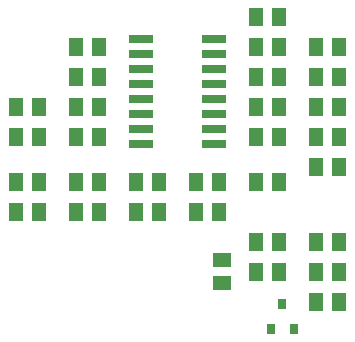
<source format=gbr>
G04 EAGLE Gerber RS-274X export*
G75*
%MOMM*%
%FSLAX34Y34*%
%LPD*%
%INSolderpaste Bottom*%
%IPPOS*%
%AMOC8*
5,1,8,0,0,1.08239X$1,22.5*%
G01*
%ADD10R,1.300000X1.500000*%
%ADD11R,2.032000X0.660400*%
%ADD12R,0.800000X0.900000*%
%ADD13R,1.500000X1.300000*%


D10*
X250800Y317500D03*
X231800Y317500D03*
X250800Y292100D03*
X231800Y292100D03*
X250800Y215900D03*
X231800Y215900D03*
X250800Y241300D03*
X231800Y241300D03*
X79400Y266700D03*
X98400Y266700D03*
X98400Y215900D03*
X79400Y215900D03*
X98400Y241300D03*
X79400Y241300D03*
X47600Y177800D03*
X28600Y177800D03*
X47600Y152400D03*
X28600Y152400D03*
X98400Y177800D03*
X79400Y177800D03*
X181000Y177800D03*
X200000Y177800D03*
X149200Y152400D03*
X130200Y152400D03*
X200000Y152400D03*
X181000Y152400D03*
D11*
X195834Y298450D03*
X195834Y285750D03*
X195834Y273050D03*
X195834Y260350D03*
X195834Y247650D03*
X195834Y234950D03*
X195834Y222250D03*
X195834Y209550D03*
X134366Y209550D03*
X134366Y222250D03*
X134366Y234950D03*
X134366Y247650D03*
X134366Y260350D03*
X134366Y273050D03*
X134366Y285750D03*
X134366Y298450D03*
D10*
X301600Y292100D03*
X282600Y292100D03*
X79400Y292100D03*
X98400Y292100D03*
X28600Y215900D03*
X47600Y215900D03*
X47600Y241300D03*
X28600Y241300D03*
X79400Y152400D03*
X98400Y152400D03*
X149200Y177800D03*
X130200Y177800D03*
X250800Y177800D03*
X231800Y177800D03*
D12*
X263500Y53500D03*
X244500Y53500D03*
X254000Y74500D03*
D13*
X203200Y92100D03*
X203200Y111100D03*
D10*
X250800Y127000D03*
X231800Y127000D03*
X301600Y190500D03*
X282600Y190500D03*
X250800Y101600D03*
X231800Y101600D03*
X282600Y101600D03*
X301600Y101600D03*
X301600Y76200D03*
X282600Y76200D03*
X301600Y127000D03*
X282600Y127000D03*
X282600Y215900D03*
X301600Y215900D03*
X282600Y241300D03*
X301600Y241300D03*
X301600Y266700D03*
X282600Y266700D03*
X231800Y266700D03*
X250800Y266700D03*
M02*

</source>
